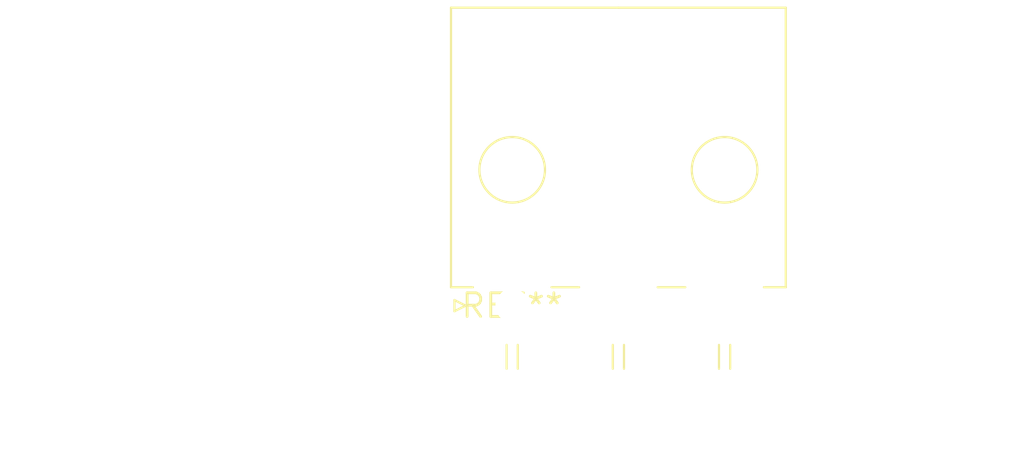
<source format=kicad_pcb>
(kicad_pcb (version 20240108) (generator pcbnew)
  (layers (0 "F.Cu" signal) (31 "B.Cu" signal) (34 "B.Paste" user) (35 "F.Paste" user) (36 "B.SilkS" user "B.Silkscreen") (37 "F.SilkS" user "F.Silkscreen") (38 "B.Mask" user) (39 "F.Mask" user) (44 "Edge.Cuts" user))
  (net 0 "")
  (footprint "Molex_Mega-Fit_76825-0006_2x03_P5.70mm_Horizontal" (layer "F.Cu") (at 0 0)
    (property "Reference" "REF**")
    (property "Value" "Molex_Mega-Fit_76825-0006_2x03_P5.70mm_Horizontal")
    (fp_line (start -3.285 -16.01) (end -3.285 -0.99) (layer "F.SilkS") (stroke (width 0.12)))
    (fp_line (start -3.285 -0.99) (end -2.11 -0.99) (layer "F.SilkS") (stroke (width 0.12)))
    (fp_line (start -3.1 -0.3) (end -2.5 0) (layer "F.SilkS") (stroke (width 0.12)))
    (fp_line (start -3.1 0.3) (end -3.1 -0.3) (layer "F.SilkS") (stroke (width 0.12)))
    (fp_line (start -2.5 0) (end -3.1 0.3) (layer "F.SilkS") (stroke (width 0.12)))
    (fp_line (start -0.3 2.11) (end -0.3 3.39) (layer "F.SilkS") (stroke (width 0.12)))
    (fp_line (start 0.3 2.11) (end 0.3 3.39) (layer "F.SilkS") (stroke (width 0.12)))
    (fp_line (start 2.11 -0.99) (end 3.59 -0.99) (layer "F.SilkS") (stroke (width 0.12)))
    (fp_line (start 5.4 2.11) (end 5.4 3.39) (layer "F.SilkS") (stroke (width 0.12)))
    (fp_line (start 5.7 -16.01) (end -3.285 -16.01) (layer "F.SilkS") (stroke (width 0.12)))
    (fp_line (start 5.7 -16.01) (end 14.685 -16.01) (layer "F.SilkS") (stroke (width 0.12)))
    (fp_line (start 6 2.11) (end 6 3.39) (layer "F.SilkS") (stroke (width 0.12)))
    (fp_line (start 7.81 -0.99) (end 9.29 -0.99) (layer "F.SilkS") (stroke (width 0.12)))
    (fp_line (start 11.1 2.11) (end 11.1 3.39) (layer "F.SilkS") (stroke (width 0.12)))
    (fp_line (start 11.7 2.11) (end 11.7 3.39) (layer "F.SilkS") (stroke (width 0.12)))
    (fp_line (start 14.685 -16.01) (end 14.685 -0.99) (layer "F.SilkS") (stroke (width 0.12)))
    (fp_line (start 14.685 -0.99) (end 13.51 -0.99) (layer "F.SilkS") (stroke (width 0.12)))
    (fp_circle (center 0 -7.3) (end 1.76 -7.3) (layer "F.SilkS") (stroke (width 0.12)) (fill none))
    (fp_circle (center 11.4 -7.3) (end 13.16 -7.3) (layer "F.SilkS") (stroke (width 0.12)) (fill none))
    (pad "" np_thru_hole circle (at 0 -7.3) (size 3 3) (drill 3) (layers *.Cu *.Mask))
    (pad "" np_thru_hole circle (at 11.4 -7.3) (size 3 3) (drill 3) (layers *.Cu *.Mask))
    (pad "1" thru_hole roundrect (at 0 0) (size 3.7 3.7) (drill 1.8) (layers *.Cu *.Mask) (remove_unused_layers) (roundrect_rratio 0.067568))
    (pad "2" thru_hole circle (at 5.7 0) (size 3.7 3.7) (drill 1.8) (layers *.Cu *.Mask) (remove_unused_layers))
    (pad "3" thru_hole circle (at 11.4 0) (size 3.7 3.7) (drill 1.8) (layers *.Cu *.Mask) (remove_unused_layers))
    (pad "4" thru_hole circle (at 0 5.5) (size 3.7 3.7) (drill 1.8) (layers *.Cu *.Mask) (remove_unused_layers))
    (pad "5" thru_hole circle (at 5.7 5.5) (size 3.7 3.7) (drill 1.8) (layers *.Cu *.Mask) (remove_unused_layers))
    (pad "6" thru_hole circle (at 11.4 5.5) (size 3.7 3.7) (drill 1.8) (layers *.Cu *.Mask) (remove_unused_layers))
  )
)
</source>
